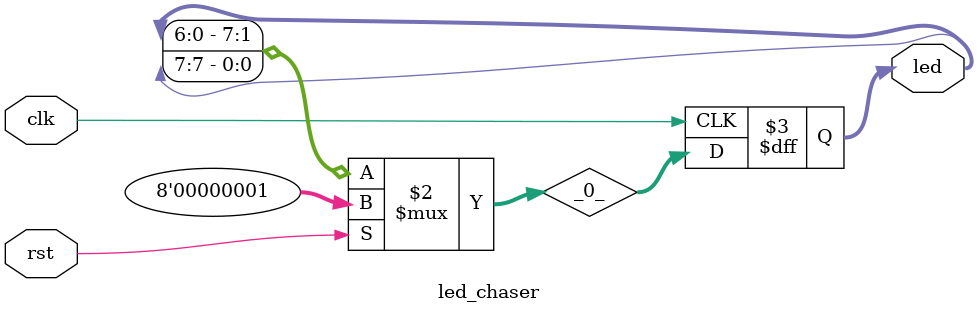
<source format=v>
/* Generated by Yosys 0.43+3 (git sha1 b08688f71, clang++ 14.0.0-1ubuntu1.1 -fPIC -Os) */
module led_chaser(clk, rst, led);
  wire [7:0] _0_;
  input clk;
  wire clk;
  output [7:0] led;
  reg [7:0] led;
  input rst;
  wire rst;
  always @(posedge clk)
    led <= _0_;
  assign _0_ = rst ?  8'h01 : { led[6:0], led[7] };
endmodule

</source>
